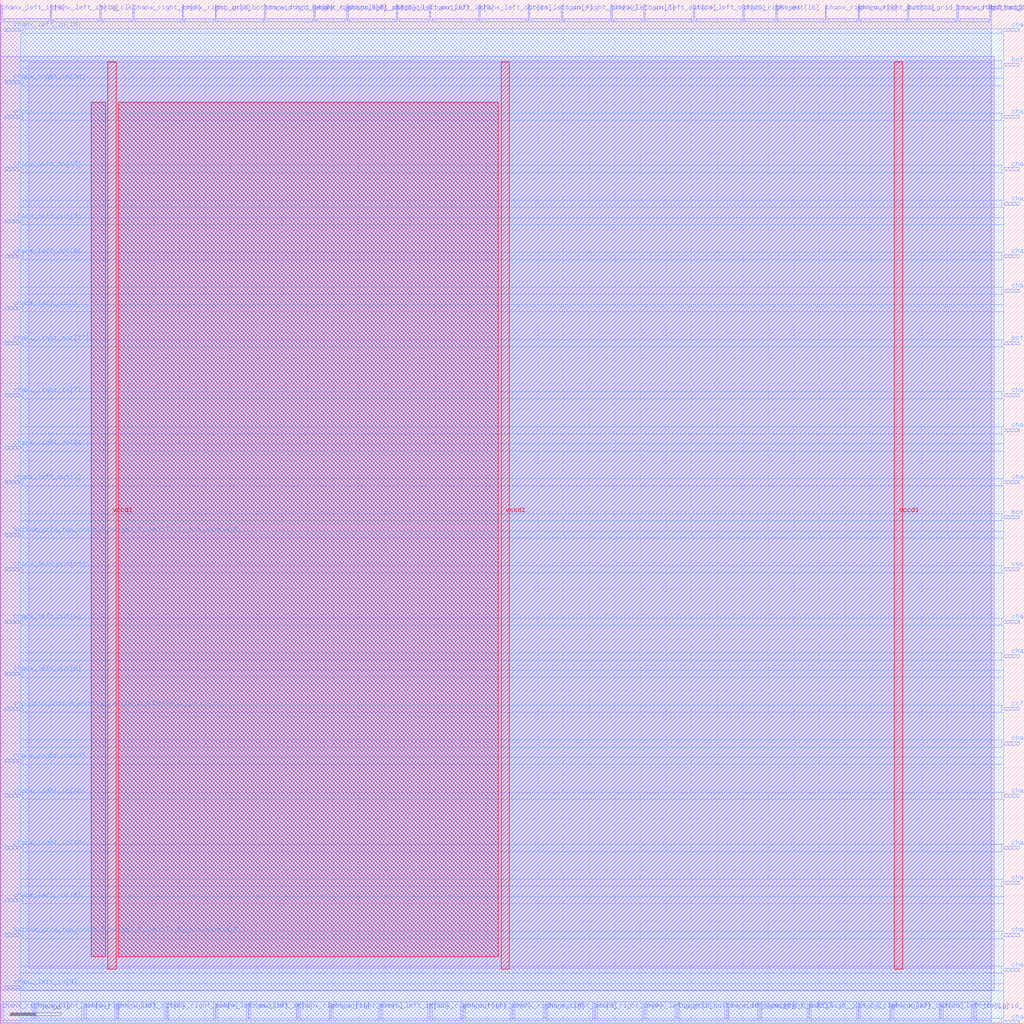
<source format=lef>
VERSION 5.7 ;
  NOWIREEXTENSIONATPIN ON ;
  DIVIDERCHAR "/" ;
  BUSBITCHARS "[]" ;
MACRO cbx_1__0_
  CLASS BLOCK ;
  FOREIGN cbx_1__0_ ;
  ORIGIN 0.000 0.000 ;
  SIZE 200.000 BY 200.000 ;
  PIN bottom_grid_top_width_0_height_0_subtile_0__pin_outpad_0_
    DIRECTION OUTPUT TRISTATE ;
    USE SIGNAL ;
    PORT
      LAYER met3 ;
        RECT 196.000 132.640 199.000 133.240 ;
    END
  END bottom_grid_top_width_0_height_0_subtile_0__pin_outpad_0_
  PIN bottom_grid_top_width_0_height_0_subtile_1__pin_outpad_0_
    DIRECTION OUTPUT TRISTATE ;
    USE SIGNAL ;
    PORT
      LAYER met3 ;
        RECT 196.000 187.040 199.000 187.640 ;
    END
  END bottom_grid_top_width_0_height_0_subtile_1__pin_outpad_0_
  PIN bottom_grid_top_width_0_height_0_subtile_2__pin_outpad_0_
    DIRECTION OUTPUT TRISTATE ;
    USE SIGNAL ;
    PORT
      LAYER met2 ;
        RECT 193.290 196.000 193.570 199.000 ;
    END
  END bottom_grid_top_width_0_height_0_subtile_2__pin_outpad_0_
  PIN bottom_grid_top_width_0_height_0_subtile_3__pin_outpad_0_
    DIRECTION OUTPUT TRISTATE ;
    USE SIGNAL ;
    PORT
      LAYER met2 ;
        RECT 190.070 1.000 190.350 4.000 ;
    END
  END bottom_grid_top_width_0_height_0_subtile_3__pin_outpad_0_
  PIN bottom_grid_top_width_0_height_0_subtile_4__pin_outpad_0_
    DIRECTION OUTPUT TRISTATE ;
    USE SIGNAL ;
    PORT
      LAYER met3 ;
        RECT 196.000 98.640 199.000 99.240 ;
    END
  END bottom_grid_top_width_0_height_0_subtile_4__pin_outpad_0_
  PIN bottom_grid_top_width_0_height_0_subtile_5__pin_outpad_0_
    DIRECTION OUTPUT TRISTATE ;
    USE SIGNAL ;
    PORT
      LAYER met2 ;
        RECT 177.190 196.000 177.470 199.000 ;
    END
  END bottom_grid_top_width_0_height_0_subtile_5__pin_outpad_0_
  PIN bottom_grid_top_width_0_height_0_subtile_6__pin_outpad_0_
    DIRECTION OUTPUT TRISTATE ;
    USE SIGNAL ;
    PORT
      LAYER met3 ;
        RECT 1.000 17.040 4.000 17.640 ;
    END
  END bottom_grid_top_width_0_height_0_subtile_6__pin_outpad_0_
  PIN bottom_grid_top_width_0_height_0_subtile_7__pin_outpad_0_
    DIRECTION OUTPUT TRISTATE ;
    USE SIGNAL ;
    PORT
      LAYER met3 ;
        RECT 1.000 95.240 4.000 95.840 ;
    END
  END bottom_grid_top_width_0_height_0_subtile_7__pin_outpad_0_
  PIN ccff_head
    DIRECTION INPUT ;
    USE SIGNAL ;
    PORT
      LAYER met2 ;
        RECT 157.870 1.000 158.150 4.000 ;
    END
  END ccff_head
  PIN ccff_tail
    DIRECTION OUTPUT TRISTATE ;
    USE SIGNAL ;
    PORT
      LAYER met3 ;
        RECT 196.000 61.240 199.000 61.840 ;
    END
  END ccff_tail
  PIN chanx_left_in[0]
    DIRECTION INPUT ;
    USE SIGNAL ;
    PORT
      LAYER met2 ;
        RECT 103.130 196.000 103.410 199.000 ;
    END
  END chanx_left_in[0]
  PIN chanx_left_in[10]
    DIRECTION INPUT ;
    USE SIGNAL ;
    PORT
      LAYER met2 ;
        RECT 9.750 196.000 10.030 199.000 ;
    END
  END chanx_left_in[10]
  PIN chanx_left_in[11]
    DIRECTION INPUT ;
    USE SIGNAL ;
    PORT
      LAYER met2 ;
        RECT 183.630 1.000 183.910 4.000 ;
    END
  END chanx_left_in[11]
  PIN chanx_left_in[12]
    DIRECTION INPUT ;
    USE SIGNAL ;
    PORT
      LAYER met2 ;
        RECT 74.150 1.000 74.430 4.000 ;
    END
  END chanx_left_in[12]
  PIN chanx_left_in[13]
    DIRECTION INPUT ;
    USE SIGNAL ;
    PORT
      LAYER met3 ;
        RECT 1.000 23.840 4.000 24.440 ;
    END
  END chanx_left_in[13]
  PIN chanx_left_in[14]
    DIRECTION INPUT ;
    USE SIGNAL ;
    PORT
      LAYER met3 ;
        RECT 196.000 166.640 199.000 167.240 ;
    END
  END chanx_left_in[14]
  PIN chanx_left_in[15]
    DIRECTION INPUT ;
    USE SIGNAL ;
    PORT
      LAYER met2 ;
        RECT 67.710 196.000 67.990 199.000 ;
    END
  END chanx_left_in[15]
  PIN chanx_left_in[16]
    DIRECTION INPUT ;
    USE SIGNAL ;
    PORT
      LAYER met3 ;
        RECT 1.000 193.840 4.000 194.440 ;
    END
  END chanx_left_in[16]
  PIN chanx_left_in[17]
    DIRECTION INPUT ;
    USE SIGNAL ;
    PORT
      LAYER met3 ;
        RECT 1.000 166.640 4.000 167.240 ;
    END
  END chanx_left_in[17]
  PIN chanx_left_in[18]
    DIRECTION INPUT ;
    USE SIGNAL ;
    PORT
      LAYER met3 ;
        RECT 196.000 27.240 199.000 27.840 ;
    END
  END chanx_left_in[18]
  PIN chanx_left_in[1]
    DIRECTION INPUT ;
    USE SIGNAL ;
    PORT
      LAYER met2 ;
        RECT 48.390 1.000 48.670 4.000 ;
    END
  END chanx_left_in[1]
  PIN chanx_left_in[2]
    DIRECTION INPUT ;
    USE SIGNAL ;
    PORT
      LAYER met3 ;
        RECT 196.000 142.840 199.000 143.440 ;
    END
  END chanx_left_in[2]
  PIN chanx_left_in[3]
    DIRECTION INPUT ;
    USE SIGNAL ;
    PORT
      LAYER met2 ;
        RECT 83.810 196.000 84.090 199.000 ;
    END
  END chanx_left_in[3]
  PIN chanx_left_in[4]
    DIRECTION INPUT ;
    USE SIGNAL ;
    PORT
      LAYER met3 ;
        RECT 196.000 159.840 199.000 160.440 ;
    END
  END chanx_left_in[4]
  PIN chanx_left_in[5]
    DIRECTION INPUT ;
    USE SIGNAL ;
    PORT
      LAYER met3 ;
        RECT 1.000 139.440 4.000 140.040 ;
    END
  END chanx_left_in[5]
  PIN chanx_left_in[6]
    DIRECTION INPUT ;
    USE SIGNAL ;
    PORT
      LAYER met2 ;
        RECT 119.230 196.000 119.510 199.000 ;
    END
  END chanx_left_in[6]
  PIN chanx_left_in[7]
    DIRECTION INPUT ;
    USE SIGNAL ;
    PORT
      LAYER met3 ;
        RECT 196.000 149.640 199.000 150.240 ;
    END
  END chanx_left_in[7]
  PIN chanx_left_in[8]
    DIRECTION INPUT ;
    USE SIGNAL ;
    PORT
      LAYER met2 ;
        RECT 0.090 196.000 0.370 199.000 ;
    END
  END chanx_left_in[8]
  PIN chanx_left_in[9]
    DIRECTION INPUT ;
    USE SIGNAL ;
    PORT
      LAYER met3 ;
        RECT 1.000 6.840 4.000 7.440 ;
    END
  END chanx_left_in[9]
  PIN chanx_left_out[0]
    DIRECTION OUTPUT TRISTATE ;
    USE SIGNAL ;
    PORT
      LAYER met3 ;
        RECT 1.000 78.240 4.000 78.840 ;
    END
  END chanx_left_out[0]
  PIN chanx_left_out[10]
    DIRECTION OUTPUT TRISTATE ;
    USE SIGNAL ;
    PORT
      LAYER met2 ;
        RECT 41.950 1.000 42.230 4.000 ;
    END
  END chanx_left_out[10]
  PIN chanx_left_out[11]
    DIRECTION OUTPUT TRISTATE ;
    USE SIGNAL ;
    PORT
      LAYER met2 ;
        RECT 93.470 196.000 93.750 199.000 ;
    END
  END chanx_left_out[11]
  PIN chanx_left_out[12]
    DIRECTION OUTPUT TRISTATE ;
    USE SIGNAL ;
    PORT
      LAYER met2 ;
        RECT 77.370 196.000 77.650 199.000 ;
    END
  END chanx_left_out[12]
  PIN chanx_left_out[13]
    DIRECTION OUTPUT TRISTATE ;
    USE SIGNAL ;
    PORT
      LAYER met3 ;
        RECT 196.000 44.240 199.000 44.840 ;
    END
  END chanx_left_out[13]
  PIN chanx_left_out[14]
    DIRECTION OUTPUT TRISTATE ;
    USE SIGNAL ;
    PORT
      LAYER met2 ;
        RECT 125.670 196.000 125.950 199.000 ;
    END
  END chanx_left_out[14]
  PIN chanx_left_out[15]
    DIRECTION OUTPUT TRISTATE ;
    USE SIGNAL ;
    PORT
      LAYER met2 ;
        RECT 135.330 196.000 135.610 199.000 ;
    END
  END chanx_left_out[15]
  PIN chanx_left_out[16]
    DIRECTION OUTPUT TRISTATE ;
    USE SIGNAL ;
    PORT
      LAYER met2 ;
        RECT 173.970 1.000 174.250 4.000 ;
    END
  END chanx_left_out[16]
  PIN chanx_left_out[17]
    DIRECTION OUTPUT TRISTATE ;
    USE SIGNAL ;
    PORT
      LAYER met3 ;
        RECT 1.000 88.440 4.000 89.040 ;
    END
  END chanx_left_out[17]
  PIN chanx_left_out[18]
    DIRECTION OUTPUT TRISTATE ;
    USE SIGNAL ;
    PORT
      LAYER met3 ;
        RECT 196.000 176.840 199.000 177.440 ;
    END
  END chanx_left_out[18]
  PIN chanx_left_out[1]
    DIRECTION OUTPUT TRISTATE ;
    USE SIGNAL ;
    PORT
      LAYER met2 ;
        RECT 125.670 1.000 125.950 4.000 ;
    END
  END chanx_left_out[1]
  PIN chanx_left_out[2]
    DIRECTION OUTPUT TRISTATE ;
    USE SIGNAL ;
    PORT
      LAYER met3 ;
        RECT 1.000 105.440 4.000 106.040 ;
    END
  END chanx_left_out[2]
  PIN chanx_left_out[3]
    DIRECTION OUTPUT TRISTATE ;
    USE SIGNAL ;
    PORT
      LAYER met3 ;
        RECT 196.000 10.240 199.000 10.840 ;
    END
  END chanx_left_out[3]
  PIN chanx_left_out[4]
    DIRECTION OUTPUT TRISTATE ;
    USE SIGNAL ;
    PORT
      LAYER met3 ;
        RECT 196.000 78.240 199.000 78.840 ;
    END
  END chanx_left_out[4]
  PIN chanx_left_out[5]
    DIRECTION OUTPUT TRISTATE ;
    USE SIGNAL ;
    PORT
      LAYER met2 ;
        RECT 22.630 1.000 22.910 4.000 ;
    END
  END chanx_left_out[5]
  PIN chanx_left_out[6]
    DIRECTION OUTPUT TRISTATE ;
    USE SIGNAL ;
    PORT
      LAYER met3 ;
        RECT 1.000 68.040 4.000 68.640 ;
    END
  END chanx_left_out[6]
  PIN chanx_left_out[7]
    DIRECTION OUTPUT TRISTATE ;
    USE SIGNAL ;
    PORT
      LAYER met3 ;
        RECT 1.000 156.440 4.000 157.040 ;
    END
  END chanx_left_out[7]
  PIN chanx_left_out[8]
    DIRECTION OUTPUT TRISTATE ;
    USE SIGNAL ;
    PORT
      LAYER met2 ;
        RECT 141.770 1.000 142.050 4.000 ;
    END
  END chanx_left_out[8]
  PIN chanx_left_out[9]
    DIRECTION OUTPUT TRISTATE ;
    USE SIGNAL ;
    PORT
      LAYER met3 ;
        RECT 1.000 149.640 4.000 150.240 ;
    END
  END chanx_left_out[9]
  PIN chanx_right_in[0]
    DIRECTION INPUT ;
    USE SIGNAL ;
    PORT
      LAYER met2 ;
        RECT 35.510 196.000 35.790 199.000 ;
    END
  END chanx_right_in[0]
  PIN chanx_right_in[10]
    DIRECTION INPUT ;
    USE SIGNAL ;
    PORT
      LAYER met2 ;
        RECT 16.190 1.000 16.470 4.000 ;
    END
  END chanx_right_in[10]
  PIN chanx_right_in[11]
    DIRECTION INPUT ;
    USE SIGNAL ;
    PORT
      LAYER met2 ;
        RECT 58.050 1.000 58.330 4.000 ;
    END
  END chanx_right_in[11]
  PIN chanx_right_in[12]
    DIRECTION INPUT ;
    USE SIGNAL ;
    PORT
      LAYER met2 ;
        RECT 167.530 1.000 167.810 4.000 ;
    END
  END chanx_right_in[12]
  PIN chanx_right_in[13]
    DIRECTION INPUT ;
    USE SIGNAL ;
    PORT
      LAYER met3 ;
        RECT 196.000 71.440 199.000 72.040 ;
    END
  END chanx_right_in[13]
  PIN chanx_right_in[14]
    DIRECTION INPUT ;
    USE SIGNAL ;
    PORT
      LAYER met3 ;
        RECT 196.000 34.040 199.000 34.640 ;
    END
  END chanx_right_in[14]
  PIN chanx_right_in[15]
    DIRECTION INPUT ;
    USE SIGNAL ;
    PORT
      LAYER met3 ;
        RECT 1.000 34.040 4.000 34.640 ;
    END
  END chanx_right_in[15]
  PIN chanx_right_in[16]
    DIRECTION INPUT ;
    USE SIGNAL ;
    PORT
      LAYER met3 ;
        RECT 1.000 183.640 4.000 184.240 ;
    END
  END chanx_right_in[16]
  PIN chanx_right_in[17]
    DIRECTION INPUT ;
    USE SIGNAL ;
    PORT
      LAYER met3 ;
        RECT 196.000 0.040 199.000 0.640 ;
    END
  END chanx_right_in[17]
  PIN chanx_right_in[18]
    DIRECTION INPUT ;
    USE SIGNAL ;
    PORT
      LAYER met3 ;
        RECT 1.000 44.240 4.000 44.840 ;
    END
  END chanx_right_in[18]
  PIN chanx_right_in[1]
    DIRECTION INPUT ;
    USE SIGNAL ;
    PORT
      LAYER met3 ;
        RECT 196.000 54.440 199.000 55.040 ;
    END
  END chanx_right_in[1]
  PIN chanx_right_in[2]
    DIRECTION INPUT ;
    USE SIGNAL ;
    PORT
      LAYER met3 ;
        RECT 1.000 122.440 4.000 123.040 ;
    END
  END chanx_right_in[2]
  PIN chanx_right_in[3]
    DIRECTION INPUT ;
    USE SIGNAL ;
    PORT
      LAYER met2 ;
        RECT 148.210 1.000 148.490 4.000 ;
    END
  END chanx_right_in[3]
  PIN chanx_right_in[4]
    DIRECTION INPUT ;
    USE SIGNAL ;
    PORT
      LAYER met3 ;
        RECT 196.000 122.440 199.000 123.040 ;
    END
  END chanx_right_in[4]
  PIN chanx_right_in[5]
    DIRECTION INPUT ;
    USE SIGNAL ;
    PORT
      LAYER met2 ;
        RECT 51.610 196.000 51.890 199.000 ;
    END
  END chanx_right_in[5]
  PIN chanx_right_in[6]
    DIRECTION INPUT ;
    USE SIGNAL ;
    PORT
      LAYER met2 ;
        RECT 25.850 196.000 26.130 199.000 ;
    END
  END chanx_right_in[6]
  PIN chanx_right_in[7]
    DIRECTION INPUT ;
    USE SIGNAL ;
    PORT
      LAYER met2 ;
        RECT 90.250 1.000 90.530 4.000 ;
    END
  END chanx_right_in[7]
  PIN chanx_right_in[8]
    DIRECTION INPUT ;
    USE SIGNAL ;
    PORT
      LAYER met2 ;
        RECT 0.090 1.000 0.370 4.000 ;
    END
  END chanx_right_in[8]
  PIN chanx_right_in[9]
    DIRECTION INPUT ;
    USE SIGNAL ;
    PORT
      LAYER met2 ;
        RECT 116.010 1.000 116.290 4.000 ;
    END
  END chanx_right_in[9]
  PIN chanx_right_out[0]
    DIRECTION OUTPUT TRISTATE ;
    USE SIGNAL ;
    PORT
      LAYER met2 ;
        RECT 61.270 196.000 61.550 199.000 ;
    END
  END chanx_right_out[0]
  PIN chanx_right_out[10]
    DIRECTION OUTPUT TRISTATE ;
    USE SIGNAL ;
    PORT
      LAYER met2 ;
        RECT 109.570 196.000 109.850 199.000 ;
    END
  END chanx_right_out[10]
  PIN chanx_right_out[11]
    DIRECTION OUTPUT TRISTATE ;
    USE SIGNAL ;
    PORT
      LAYER met2 ;
        RECT 167.530 196.000 167.810 199.000 ;
    END
  END chanx_right_out[11]
  PIN chanx_right_out[12]
    DIRECTION OUTPUT TRISTATE ;
    USE SIGNAL ;
    PORT
      LAYER met3 ;
        RECT 1.000 132.640 4.000 133.240 ;
    END
  END chanx_right_out[12]
  PIN chanx_right_out[13]
    DIRECTION OUTPUT TRISTATE ;
    USE SIGNAL ;
    PORT
      LAYER met3 ;
        RECT 1.000 112.240 4.000 112.840 ;
    END
  END chanx_right_out[13]
  PIN chanx_right_out[14]
    DIRECTION OUTPUT TRISTATE ;
    USE SIGNAL ;
    PORT
      LAYER met2 ;
        RECT 6.530 1.000 6.810 4.000 ;
    END
  END chanx_right_out[14]
  PIN chanx_right_out[15]
    DIRECTION OUTPUT TRISTATE ;
    USE SIGNAL ;
    PORT
      LAYER met2 ;
        RECT 186.850 196.000 187.130 199.000 ;
    END
  END chanx_right_out[15]
  PIN chanx_right_out[16]
    DIRECTION OUTPUT TRISTATE ;
    USE SIGNAL ;
    PORT
      LAYER met2 ;
        RECT 144.990 196.000 145.270 199.000 ;
    END
  END chanx_right_out[16]
  PIN chanx_right_out[17]
    DIRECTION OUTPUT TRISTATE ;
    USE SIGNAL ;
    PORT
      LAYER met2 ;
        RECT 83.810 1.000 84.090 4.000 ;
    END
  END chanx_right_out[17]
  PIN chanx_right_out[18]
    DIRECTION OUTPUT TRISTATE ;
    USE SIGNAL ;
    PORT
      LAYER met3 ;
        RECT 196.000 193.840 199.000 194.440 ;
    END
  END chanx_right_out[18]
  PIN chanx_right_out[1]
    DIRECTION OUTPUT TRISTATE ;
    USE SIGNAL ;
    PORT
      LAYER met3 ;
        RECT 196.000 17.040 199.000 17.640 ;
    END
  END chanx_right_out[1]
  PIN chanx_right_out[2]
    DIRECTION OUTPUT TRISTATE ;
    USE SIGNAL ;
    PORT
      LAYER met3 ;
        RECT 1.000 51.040 4.000 51.640 ;
    END
  END chanx_right_out[2]
  PIN chanx_right_out[3]
    DIRECTION OUTPUT TRISTATE ;
    USE SIGNAL ;
    PORT
      LAYER met3 ;
        RECT 196.000 105.440 199.000 106.040 ;
    END
  END chanx_right_out[3]
  PIN chanx_right_out[4]
    DIRECTION OUTPUT TRISTATE ;
    USE SIGNAL ;
    PORT
      LAYER met2 ;
        RECT 32.290 1.000 32.570 4.000 ;
    END
  END chanx_right_out[4]
  PIN chanx_right_out[5]
    DIRECTION OUTPUT TRISTATE ;
    USE SIGNAL ;
    PORT
      LAYER met2 ;
        RECT 64.490 1.000 64.770 4.000 ;
    END
  END chanx_right_out[5]
  PIN chanx_right_out[6]
    DIRECTION OUTPUT TRISTATE ;
    USE SIGNAL ;
    PORT
      LAYER met2 ;
        RECT 99.910 1.000 100.190 4.000 ;
    END
  END chanx_right_out[6]
  PIN chanx_right_out[7]
    DIRECTION OUTPUT TRISTATE ;
    USE SIGNAL ;
    PORT
      LAYER met3 ;
        RECT 196.000 115.640 199.000 116.240 ;
    END
  END chanx_right_out[7]
  PIN chanx_right_out[8]
    DIRECTION OUTPUT TRISTATE ;
    USE SIGNAL ;
    PORT
      LAYER met2 ;
        RECT 106.350 1.000 106.630 4.000 ;
    END
  END chanx_right_out[8]
  PIN chanx_right_out[9]
    DIRECTION OUTPUT TRISTATE ;
    USE SIGNAL ;
    PORT
      LAYER met2 ;
        RECT 161.090 196.000 161.370 199.000 ;
    END
  END chanx_right_out[9]
  PIN pReset
    DIRECTION INPUT ;
    USE SIGNAL ;
    PORT
      LAYER met2 ;
        RECT 151.430 196.000 151.710 199.000 ;
    END
  END pReset
  PIN prog_clk
    DIRECTION INPUT ;
    USE SIGNAL ;
    PORT
      LAYER met2 ;
        RECT 19.410 196.000 19.690 199.000 ;
    END
  END prog_clk
  PIN top_grid_bottom_width_0_height_0_subtile_0__pin_I_10_
    DIRECTION OUTPUT TRISTATE ;
    USE SIGNAL ;
    PORT
      LAYER met2 ;
        RECT 41.950 196.000 42.230 199.000 ;
    END
  END top_grid_bottom_width_0_height_0_subtile_0__pin_I_10_
  PIN top_grid_bottom_width_0_height_0_subtile_0__pin_I_2_
    DIRECTION OUTPUT TRISTATE ;
    USE SIGNAL ;
    PORT
      LAYER met2 ;
        RECT 132.110 1.000 132.390 4.000 ;
    END
  END top_grid_bottom_width_0_height_0_subtile_0__pin_I_2_
  PIN top_grid_bottom_width_0_height_0_subtile_0__pin_I_6_
    DIRECTION OUTPUT TRISTATE ;
    USE SIGNAL ;
    PORT
      LAYER met3 ;
        RECT 1.000 61.240 4.000 61.840 ;
    END
  END top_grid_bottom_width_0_height_0_subtile_0__pin_I_6_
  PIN vccd1
    DIRECTION INOUT ;
    USE SIGNAL ;
    PORT
      LAYER met3 ;
        RECT 1.000 176.840 4.000 177.440 ;
    END
    PORT
      LAYER met4 ;
        RECT 21.040 10.640 22.640 187.920 ;
    END
    PORT
      LAYER met4 ;
        RECT 174.640 10.640 176.240 187.920 ;
    END
  END vccd1
  PIN vssd1
    DIRECTION INOUT ;
    USE SIGNAL ;
    PORT
      LAYER met3 ;
        RECT 196.000 88.440 199.000 89.040 ;
    END
    PORT
      LAYER met4 ;
        RECT 97.840 10.640 99.440 187.920 ;
    END
  END vssd1
  OBS
      LAYER li1 ;
        RECT 5.520 10.795 194.120 187.765 ;
      LAYER met1 ;
        RECT 0.070 6.500 194.120 189.000 ;
      LAYER met2 ;
        RECT 0.650 195.720 9.470 196.250 ;
        RECT 10.310 195.720 19.130 196.250 ;
        RECT 19.970 195.720 25.570 196.250 ;
        RECT 26.410 195.720 35.230 196.250 ;
        RECT 36.070 195.720 41.670 196.250 ;
        RECT 42.510 195.720 51.330 196.250 ;
        RECT 52.170 195.720 60.990 196.250 ;
        RECT 61.830 195.720 67.430 196.250 ;
        RECT 68.270 195.720 77.090 196.250 ;
        RECT 77.930 195.720 83.530 196.250 ;
        RECT 84.370 195.720 93.190 196.250 ;
        RECT 94.030 195.720 102.850 196.250 ;
        RECT 103.690 195.720 109.290 196.250 ;
        RECT 110.130 195.720 118.950 196.250 ;
        RECT 119.790 195.720 125.390 196.250 ;
        RECT 126.230 195.720 135.050 196.250 ;
        RECT 135.890 195.720 144.710 196.250 ;
        RECT 145.550 195.720 151.150 196.250 ;
        RECT 151.990 195.720 160.810 196.250 ;
        RECT 161.650 195.720 167.250 196.250 ;
        RECT 168.090 195.720 176.910 196.250 ;
        RECT 177.750 195.720 186.570 196.250 ;
        RECT 187.410 195.720 193.010 196.250 ;
        RECT 0.100 4.280 193.560 195.720 ;
        RECT 0.650 0.720 6.250 4.280 ;
        RECT 7.090 0.720 15.910 4.280 ;
        RECT 16.750 0.720 22.350 4.280 ;
        RECT 23.190 0.720 32.010 4.280 ;
        RECT 32.850 0.720 41.670 4.280 ;
        RECT 42.510 0.720 48.110 4.280 ;
        RECT 48.950 0.720 57.770 4.280 ;
        RECT 58.610 0.720 64.210 4.280 ;
        RECT 65.050 0.720 73.870 4.280 ;
        RECT 74.710 0.720 83.530 4.280 ;
        RECT 84.370 0.720 89.970 4.280 ;
        RECT 90.810 0.720 99.630 4.280 ;
        RECT 100.470 0.720 106.070 4.280 ;
        RECT 106.910 0.720 115.730 4.280 ;
        RECT 116.570 0.720 125.390 4.280 ;
        RECT 126.230 0.720 131.830 4.280 ;
        RECT 132.670 0.720 141.490 4.280 ;
        RECT 142.330 0.720 147.930 4.280 ;
        RECT 148.770 0.720 157.590 4.280 ;
        RECT 158.430 0.720 167.250 4.280 ;
        RECT 168.090 0.720 173.690 4.280 ;
        RECT 174.530 0.720 183.350 4.280 ;
        RECT 184.190 0.720 189.790 4.280 ;
        RECT 190.630 0.720 193.560 4.280 ;
        RECT 0.100 0.155 193.560 0.720 ;
      LAYER met3 ;
        RECT 4.400 193.440 195.600 194.305 ;
        RECT 4.000 188.040 196.000 193.440 ;
        RECT 4.000 186.640 195.600 188.040 ;
        RECT 4.000 184.640 196.000 186.640 ;
        RECT 4.400 183.240 196.000 184.640 ;
        RECT 4.000 177.840 196.000 183.240 ;
        RECT 4.400 176.440 195.600 177.840 ;
        RECT 4.000 167.640 196.000 176.440 ;
        RECT 4.400 166.240 195.600 167.640 ;
        RECT 4.000 160.840 196.000 166.240 ;
        RECT 4.000 159.440 195.600 160.840 ;
        RECT 4.000 157.440 196.000 159.440 ;
        RECT 4.400 156.040 196.000 157.440 ;
        RECT 4.000 150.640 196.000 156.040 ;
        RECT 4.400 149.240 195.600 150.640 ;
        RECT 4.000 143.840 196.000 149.240 ;
        RECT 4.000 142.440 195.600 143.840 ;
        RECT 4.000 140.440 196.000 142.440 ;
        RECT 4.400 139.040 196.000 140.440 ;
        RECT 4.000 133.640 196.000 139.040 ;
        RECT 4.400 132.240 195.600 133.640 ;
        RECT 4.000 123.440 196.000 132.240 ;
        RECT 4.400 122.040 195.600 123.440 ;
        RECT 4.000 116.640 196.000 122.040 ;
        RECT 4.000 115.240 195.600 116.640 ;
        RECT 4.000 113.240 196.000 115.240 ;
        RECT 4.400 111.840 196.000 113.240 ;
        RECT 4.000 106.440 196.000 111.840 ;
        RECT 4.400 105.040 195.600 106.440 ;
        RECT 4.000 99.640 196.000 105.040 ;
        RECT 4.000 98.240 195.600 99.640 ;
        RECT 4.000 96.240 196.000 98.240 ;
        RECT 4.400 94.840 196.000 96.240 ;
        RECT 4.000 89.440 196.000 94.840 ;
        RECT 4.400 88.040 195.600 89.440 ;
        RECT 4.000 79.240 196.000 88.040 ;
        RECT 4.400 77.840 195.600 79.240 ;
        RECT 4.000 72.440 196.000 77.840 ;
        RECT 4.000 71.040 195.600 72.440 ;
        RECT 4.000 69.040 196.000 71.040 ;
        RECT 4.400 67.640 196.000 69.040 ;
        RECT 4.000 62.240 196.000 67.640 ;
        RECT 4.400 60.840 195.600 62.240 ;
        RECT 4.000 55.440 196.000 60.840 ;
        RECT 4.000 54.040 195.600 55.440 ;
        RECT 4.000 52.040 196.000 54.040 ;
        RECT 4.400 50.640 196.000 52.040 ;
        RECT 4.000 45.240 196.000 50.640 ;
        RECT 4.400 43.840 195.600 45.240 ;
        RECT 4.000 35.040 196.000 43.840 ;
        RECT 4.400 33.640 195.600 35.040 ;
        RECT 4.000 28.240 196.000 33.640 ;
        RECT 4.000 26.840 195.600 28.240 ;
        RECT 4.000 24.840 196.000 26.840 ;
        RECT 4.400 23.440 196.000 24.840 ;
        RECT 4.000 18.040 196.000 23.440 ;
        RECT 4.400 16.640 195.600 18.040 ;
        RECT 4.000 11.240 196.000 16.640 ;
        RECT 4.000 9.840 195.600 11.240 ;
        RECT 4.000 7.840 196.000 9.840 ;
        RECT 4.400 6.440 196.000 7.840 ;
        RECT 4.000 1.040 196.000 6.440 ;
        RECT 4.000 0.175 195.600 1.040 ;
      LAYER met4 ;
        RECT 17.775 13.095 20.640 180.025 ;
        RECT 23.040 13.095 97.225 180.025 ;
  END
END cbx_1__0_
END LIBRARY


</source>
